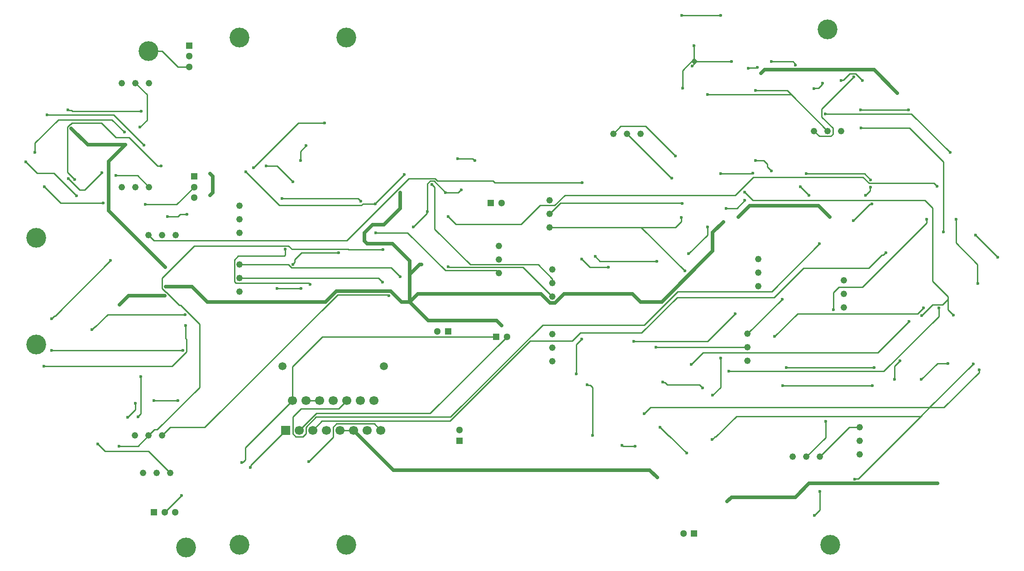
<source format=gbr>
G04*
G04 #@! TF.GenerationSoftware,Altium Limited,Altium Designer,23.9.2 (47)*
G04*
G04 Layer_Physical_Order=2*
G04 Layer_Color=16711680*
%FSLAX44Y44*%
%MOMM*%
G71*
G04*
G04 #@! TF.SameCoordinates,DC7A7723-1311-43B5-9009-1713E082842B*
G04*
G04*
G04 #@! TF.FilePolarity,Positive*
G04*
G01*
G75*
%ADD12C,0.2540*%
%ADD56R,1.3000X1.3000*%
%ADD57C,1.3000*%
%ADD61R,1.3000X1.3000*%
%ADD65C,0.6350*%
%ADD66C,1.5000*%
%ADD67C,3.7000*%
%ADD68C,1.2400*%
%ADD69C,1.6950*%
%ADD70R,1.6950X1.6950*%
%ADD71C,0.6000*%
G36*
X580000Y985000D02*
X575000Y980000D01*
X575000D01*
X580000Y975000D01*
X585000Y980000D01*
X580000Y985000D01*
D02*
G37*
D12*
X819032Y891636D02*
X878698Y951302D01*
X819032Y876351D02*
Y891636D01*
X855333Y945333D02*
X859217D01*
X855000Y945000D02*
X855333Y945333D01*
X859217D02*
X871488Y957604D01*
X882178D01*
X894782Y945000D01*
X895000D01*
X870400Y295000D02*
X890000D01*
X815400Y240000D02*
X870400Y295000D01*
X80379Y695379D02*
Y699621D01*
X81041Y698959D02*
Y751041D01*
X55000Y670000D02*
X80379Y695379D01*
X80000Y700000D02*
X80379Y699621D01*
X81041Y751041D02*
X86302Y756302D01*
X955000Y410000D02*
X965000Y420000D01*
X955000Y385000D02*
Y410000D01*
X896088Y763698D02*
X907390Y752396D01*
X690884Y763698D02*
X896088D01*
X657064Y729878D02*
X690884Y763698D01*
X1028651Y752396D02*
X1034254Y746793D01*
X790000Y770000D02*
X898698D01*
X907390Y752396D02*
X1028651D01*
X898698Y770000D02*
X910000Y758698D01*
X909392Y738190D02*
Y744392D01*
X900661Y729459D02*
X909392Y738190D01*
Y744392D02*
X910000Y745000D01*
X779277Y745723D02*
X795176Y729824D01*
X779277Y745723D02*
X779277D01*
X717169Y782831D02*
Y787831D01*
Y782831D02*
X725000Y775000D01*
X710000Y795000D02*
X717169Y787831D01*
X695000Y795000D02*
X710000D01*
X630387Y770387D02*
X689274D01*
X630000Y770000D02*
X630387Y770387D01*
X689274D02*
X689661Y770774D01*
X446393Y260000D02*
X470000D01*
X445136Y261258D02*
X446393Y260000D01*
X1110000Y565000D02*
Y600468D01*
Y565000D02*
X1110543Y564457D01*
X1070000Y640468D02*
X1110000Y600468D01*
X1070000Y640468D02*
Y685000D01*
X-440000Y1000000D02*
X-415000D01*
X-385000Y970000D01*
X-364000D01*
X139064Y735000D02*
X144064Y740000D01*
X115000Y735000D02*
X139064D01*
X144064Y740000D02*
X145000D01*
X86302Y756302D02*
X93698D01*
X115000Y735000D01*
X95000Y666340D02*
Y745000D01*
X90000Y750000D02*
X95000Y745000D01*
X46714Y760874D02*
X95592D01*
X100164Y756302D01*
X-69626Y644534D02*
X46714Y760874D01*
X100164Y756302D02*
X204198D01*
X207508Y752992D01*
X95000Y666340D02*
X161510Y599830D01*
X44337Y659187D02*
X114869Y588654D01*
X-15000Y659187D02*
X44337D01*
X114869Y588654D02*
X210546D01*
X804811Y930081D02*
X812381D01*
X804301Y929571D02*
X804811Y930081D01*
X812381D02*
X819338Y937038D01*
Y939338D01*
X820000Y940000D01*
X765000Y980000D02*
X769523Y975477D01*
Y973373D02*
Y975477D01*
X769357Y973207D02*
X769523Y973373D01*
X725000Y980000D02*
X765000D01*
X698263Y968263D02*
X698829Y968829D01*
X681793Y967697D02*
X682359Y968263D01*
X698263D01*
X596866Y435238D02*
X923764D01*
X630000Y370000D02*
Y425000D01*
X615000Y355000D02*
X630000Y370000D01*
X521764Y380000D02*
X522426Y379338D01*
X525662D02*
X530000Y375000D01*
X522426Y379338D02*
X525662D01*
X530000Y375000D02*
X589744D01*
X595606Y369138D01*
X360000Y395000D02*
Y450000D01*
X370000Y460000D01*
X273802Y457336D02*
X352518D01*
X366996Y471814D02*
X482058D01*
X352518Y457336D02*
X366996Y471814D01*
X-279688Y568080D02*
X-276706Y565098D01*
X-270000Y574600D02*
X-10364D01*
X-257556Y565413D02*
X-140936D01*
X-257871Y565098D02*
X-257556Y565413D01*
X-276706Y565098D02*
X-257871D01*
X-140936Y565413D02*
X-138730Y563207D01*
X-279688Y568080D02*
Y608720D01*
X-138730Y563207D02*
X-137793D01*
X-200000Y555000D02*
X-155000D01*
X380662Y374338D02*
X385662D01*
X390000Y370000D01*
X380000Y375000D02*
X380662Y374338D01*
X390000Y280000D02*
Y370000D01*
X296800Y486800D02*
X486884D01*
X482058Y471814D02*
X548352Y538108D01*
X486884Y486800D02*
X549622Y549538D01*
X124334Y314334D02*
X296800Y486800D01*
X815000Y140000D02*
Y175000D01*
X805000Y130000D02*
X815000Y140000D01*
X934932Y399932D02*
X1037556Y502556D01*
Y518698D01*
X645500Y399932D02*
X934932D01*
X1035000Y415000D02*
X1055000D01*
X1005000Y385000D02*
X1035000Y415000D01*
X-381283Y693717D02*
X-368741D01*
X-385000Y690000D02*
X-381283Y693717D01*
X-405000Y690000D02*
X-385000D01*
X-220000Y785000D02*
X-200000D01*
X-170000Y755000D01*
X580000Y985000D02*
Y1010000D01*
Y985000D02*
Y985000D01*
X558433Y963433D02*
X580000Y985000D01*
X558433Y930000D02*
Y963433D01*
X585000Y980000D02*
X650000D01*
X584246D02*
X585000D01*
X580000Y985000D02*
X585000Y980000D01*
X576304Y972057D02*
X584246Y980000D01*
X-39128Y713876D02*
X-16544D01*
X-42430Y710574D02*
X-39128Y713876D01*
X-16334Y713666D02*
Y714086D01*
X38320Y768740D01*
X-195360Y710574D02*
X-42430D01*
X-429934Y644534D02*
X-69626D01*
X-258606Y773820D02*
X-195360Y710574D01*
X134732Y675268D02*
X256506D01*
X120000Y690000D02*
X134732Y675268D01*
X256506D02*
X292066Y710828D01*
X207508Y752992D02*
X370500D01*
X169064Y795000D02*
X170000D01*
X137649Y798499D02*
X165564D01*
X169064Y795000D01*
X660000Y705000D02*
X675000Y720000D01*
X640000Y705000D02*
X660000D01*
X338412Y729878D02*
X657064D01*
X319362Y710828D02*
X338412Y729878D01*
X570000Y620000D02*
X605000Y655000D01*
Y670000D01*
X370000Y610000D02*
X385000Y595000D01*
X420000D01*
X395000Y615000D02*
X404074Y605926D01*
X510500D01*
X-430000Y345000D02*
X-385000D01*
X-440000Y280000D02*
X-429102Y290898D01*
X-424102D01*
X-345000Y370000D02*
Y488370D01*
X-424102Y290898D02*
X-345000Y370000D01*
X-460000Y260000D02*
X-440000Y280000D01*
X-380133Y523503D02*
X-345000Y488370D01*
X-621302Y439302D02*
X-375700D01*
X-370620Y461381D02*
Y485784D01*
X-396090Y410000D02*
X-369398Y436692D01*
Y460159D01*
X-370620Y461381D02*
X-369398Y460159D01*
X1055000Y515000D02*
X1065000Y505000D01*
X1055000Y515000D02*
Y535000D01*
X1026226Y525000D02*
X1045000D01*
X1055000Y535000D01*
Y540000D01*
X1026126Y568874D02*
X1055000Y540000D01*
X1026126Y568874D02*
Y705494D01*
X1005500Y504274D02*
X1026226Y525000D01*
X330000Y715000D02*
X557310D01*
X557750Y714561D01*
X911672Y713036D02*
X912334Y713698D01*
X877790Y682126D02*
X908700Y713036D01*
X690056Y720000D02*
X1011620D01*
X674844Y735212D02*
X690056Y720000D01*
X1011620D02*
X1026126Y705494D01*
X908700Y713036D02*
X911672D01*
X292066Y710828D02*
X319362D01*
X310000Y695000D02*
X330000Y715000D01*
X-446058Y712352D02*
X-387648D01*
X-616239Y503594D02*
X-614938D01*
X-621302Y498532D02*
X-616239Y503594D01*
X-614938D02*
X-511082Y607450D01*
X-636302Y410000D02*
X-396090D01*
X-652560Y810142D02*
Y827440D01*
X880330Y198207D02*
X880839Y198716D01*
X887140D01*
X1004028Y315604D01*
X-249338Y220662D02*
Y224262D01*
X-250000Y220000D02*
X-249338Y220662D01*
Y224262D02*
X-183900Y289700D01*
X-264064Y230000D02*
X-263556D01*
X-259368Y234188D01*
X-264867Y229197D02*
X-264064Y230000D01*
X-259368Y234188D02*
Y256832D01*
X-265803Y229197D02*
X-264867D01*
X-259368Y256832D02*
X-171200Y345000D01*
X-140793Y230836D02*
X-95030Y276599D01*
Y295284D01*
X1014824Y684824D02*
X1015000Y685000D01*
X1014824Y678190D02*
Y684824D01*
X894554Y557920D02*
X1014824Y678190D01*
X931002Y617735D02*
X933607D01*
X937800Y621928D02*
X938736D01*
X933607Y617735D02*
X937800Y621928D01*
X906492Y593226D02*
X931002Y617735D01*
X-67274Y628509D02*
X-66535Y627770D01*
X-1812D01*
X13710Y594014D02*
X30500Y577224D01*
X-172610Y594014D02*
X13710D01*
X-355166Y634834D02*
X-178538D01*
X-415000Y555056D02*
Y575000D01*
X-355166Y634834D01*
X-415000Y555056D02*
X-408467Y548523D01*
X-407747D01*
X-382727Y523503D01*
X-380133D01*
X-86477Y543523D02*
X6698D01*
X8428Y541793D02*
X9364D01*
X6698Y543523D02*
X8428Y541793D01*
X-335000Y295000D02*
X-86477Y543523D01*
X-591477Y772681D02*
X-578138Y759342D01*
X-591477Y772681D02*
Y857683D01*
X-586440Y862720D01*
X-585759D01*
X-583072Y865407D01*
X-528519D02*
X-501350Y838238D01*
X-583072Y865407D02*
X-528519D01*
X-584266Y889051D02*
X-582573Y887358D01*
X-589991Y889051D02*
X-584266D01*
X-590653Y889713D02*
X-589991Y889051D01*
X-582573Y887358D02*
X-453538D01*
X537732Y761868D02*
X538207D01*
X454600Y845000D02*
X537732Y761868D01*
X533620Y279282D02*
X566259Y246643D01*
X614628Y272678D02*
X619046Y277096D01*
X613833Y272678D02*
X614628D01*
X619046Y277096D02*
X620842D01*
X659350Y315604D01*
X532411Y279282D02*
X533620D01*
X516293Y295400D02*
X532411Y279282D01*
X-126780Y314334D02*
X124334D01*
X123180Y306714D02*
X273802Y457336D01*
X-116086Y306714D02*
X123180D01*
X-171200Y408800D02*
X-115000Y465000D01*
X-171200Y345000D02*
Y408800D01*
X-115000Y465000D02*
X210000D01*
X-399600Y295000D02*
X-335000D01*
X-414600Y280000D02*
X-399600Y295000D01*
X-170000Y601252D02*
X-166587Y604665D01*
X-170000Y600316D02*
Y601252D01*
X-178597Y600000D02*
X-172610Y594014D01*
X-166587Y604665D02*
Y609807D01*
X-270000Y600000D02*
X-178597D01*
X-184946Y617610D02*
Y628532D01*
X-178538Y634834D02*
X-172213Y628509D01*
X-166587Y609807D02*
X-154187Y622207D01*
X-85000D01*
X-172213Y628509D02*
X-67274D01*
X-2828Y567064D02*
X-2221D01*
X-10364Y574600D02*
X-2828Y567064D01*
X-465000Y328394D02*
Y340000D01*
X-479197Y314197D02*
X-465000Y328394D01*
X-495184Y260000D02*
X-460000D01*
X-521966Y250000D02*
X-440000D01*
X-400000Y210000D01*
X-535500Y263534D02*
X-521966Y250000D01*
X-460000Y315000D02*
Y315936D01*
X-455000Y320936D01*
Y390000D01*
X-546302Y478418D02*
X-541308Y483412D01*
X-539870D02*
X-516924Y506358D01*
X-541308Y483412D02*
X-539870D01*
X-630000Y880000D02*
X-505248D01*
X-448598Y823350D01*
X-608898Y871102D02*
X-508796D01*
X-652560Y827440D02*
X-608898Y871102D01*
X1047208Y332114D02*
X1112994Y397900D01*
X1020538Y332114D02*
X1102199Y413775D01*
X1004028Y315604D02*
X1020538Y332114D01*
X659350Y315604D02*
X1004028D01*
X1020538Y332114D02*
X1047208D01*
X498314D02*
X1020538D01*
X481122Y669600D02*
X545478D01*
X761654Y918346D02*
X830000Y850000D01*
X754034Y925966D02*
X761654Y918346D01*
X892014Y855862D02*
X983200D01*
X1046700Y792362D01*
Y660790D02*
Y792362D01*
X-440400Y655000D02*
X-429934Y644534D01*
X-158500Y289700D02*
X-126500Y321700D01*
X86700D01*
X230000Y465000D01*
X986606Y882428D02*
X1058892Y810142D01*
X825720Y882428D02*
X986606D01*
X725136Y549538D02*
X814798Y639200D01*
X549622Y549538D02*
X725136D01*
X-145576Y295538D02*
X-126780Y314334D01*
X-145576Y283600D02*
Y295538D01*
X-151418Y277758D02*
X-145576Y283600D01*
X-164880Y277758D02*
X-151418D01*
X-170468Y283346D02*
X-164880Y277758D01*
X-170468Y283346D02*
Y314334D01*
X-154720Y330082D01*
X-84518D01*
X-69600Y345000D01*
X210546Y588654D02*
X215000Y584200D01*
X-48040Y724036D02*
X-42960Y718956D01*
X-190500Y724036D02*
X-48040D01*
X-243874Y781186D02*
X-160054Y865006D01*
X-111032D01*
X481122Y669600D02*
X562830Y587892D01*
X310000Y669600D02*
X481122D01*
X556480Y680602D02*
Y687968D01*
X545478Y669600D02*
X556480Y680602D01*
X-423261Y784742D02*
X-416340D01*
X-476757Y838238D02*
X-423261Y784742D01*
X-501350Y838238D02*
X-476757D01*
X-669451Y791981D02*
X-648242Y770772D01*
X-617000D01*
X-575090Y728862D01*
X-410000Y136000D02*
X-378494Y167506D01*
X-508796Y871102D02*
X-485555Y847861D01*
X-387648Y712352D02*
X-355000Y745000D01*
X-516924Y506358D02*
X-371900D01*
X694910Y925966D02*
X754034D01*
X605000Y918346D02*
X761654D01*
X891506Y889898D02*
X981464D01*
X998440Y507882D02*
X1009362Y518804D01*
X773396Y507882D02*
X998440D01*
X730724Y465210D02*
X773396Y507882D01*
X923764Y435238D02*
X981930Y493404D01*
X575000Y413372D02*
X596866Y435238D01*
X790000Y240000D02*
X825974Y275974D01*
Y306460D01*
X819032Y876351D02*
X839690Y855692D01*
Y844178D02*
Y855692D01*
X835880Y840368D02*
X839690Y844178D01*
X814232Y840368D02*
X835880D01*
X804600Y850000D02*
X814232Y840368D01*
X-635000Y745880D02*
X-604214Y715094D01*
X-525000D01*
X-186724Y615832D02*
X-184946Y617610D01*
X-272576Y615832D02*
X-186724D01*
X-279688Y608720D02*
X-272576Y615832D01*
X1112994Y397900D02*
Y402980D01*
X840706Y514994D02*
Y547760D01*
X850866Y557920D01*
X894554D01*
X315000Y565000D02*
Y573160D01*
X288330Y599830D02*
X315000Y573160D01*
X161510Y599830D02*
X288330D01*
X-156244Y812090D02*
X-146000Y822334D01*
X-156244Y794902D02*
Y812090D01*
X486884Y320684D02*
X498314Y332114D01*
X1106644Y654948D02*
X1148300Y613292D01*
X557242Y1066682D02*
X630140D01*
X752822Y407044D02*
X916906D01*
X745500Y373262D02*
X913350D01*
X508474Y445000D02*
X680000D01*
X467580Y456066D02*
X604994D01*
X657064Y508136D01*
X429200Y845000D02*
X443110Y858910D01*
X489678D01*
X545304Y803284D01*
X259850Y594750D02*
X315000Y539600D01*
X121378Y594750D02*
X259850D01*
X120108Y596020D02*
X121378Y594750D01*
X784572Y593226D02*
X906492D01*
X729454Y538108D02*
X784572Y593226D01*
X548352Y538108D02*
X729454D01*
X-133100Y289700D02*
X-116086Y306714D01*
X680000Y470400D02*
X744660Y535060D01*
X-18034Y301634D02*
X-6100Y289700D01*
X-88680Y301634D02*
X-18034D01*
X-95030Y295284D02*
X-88680Y301634D01*
X-500922Y766454D02*
X-460654D01*
X-439200Y745000D01*
X-456218Y857386D02*
X-443264Y870340D01*
Y918264D01*
X-465000Y940000D02*
X-443264Y918264D01*
X-590000Y760536D02*
X-568994Y739530D01*
X-559342D01*
X-527338Y771534D01*
X-145800Y345000D02*
X-120400D01*
X-82300Y289700D02*
X-56900D01*
D56*
X-430000Y136000D02*
D03*
X200000Y715000D02*
D03*
X210000Y465000D02*
D03*
X120000Y475000D02*
D03*
X580000Y96000D02*
D03*
D57*
X-410000Y136000D02*
D03*
X-390000D02*
D03*
X-355000Y745000D02*
D03*
Y725000D02*
D03*
X141000Y290000D02*
D03*
X220000Y715000D02*
D03*
X230000Y465000D02*
D03*
X100000Y475000D02*
D03*
X560000Y96000D02*
D03*
X-364000Y970000D02*
D03*
Y990000D02*
D03*
D61*
X-355000Y765000D02*
D03*
X141000Y270000D02*
D03*
X-364000Y1010000D02*
D03*
D65*
X712354Y965000D02*
X916480D01*
X960173Y921307D01*
X705324Y957970D02*
X712354Y965000D01*
X66514Y600084D02*
X70324D01*
X48226Y581796D02*
X66514Y600084D01*
X63246Y545000D02*
X293468D01*
X30000Y705000D02*
Y735000D01*
X0Y675000D02*
X30000Y705000D01*
X615000Y660000D02*
X635000Y680000D01*
X615000Y625076D02*
Y660000D01*
X662696Y688984D02*
X683712Y710000D01*
X812832D02*
X833848Y688984D01*
X683712Y710000D02*
X812832D01*
X519904Y529980D02*
X615000Y625076D01*
X-320000Y735000D02*
Y765000D01*
X-325000Y730000D02*
X-320000Y735000D01*
X-325000Y770000D02*
X-320000Y765000D01*
X795277Y190000D02*
X1035000D01*
X642078Y156346D02*
X650078Y164346D01*
X769623D01*
X795277Y190000D01*
X960173Y921307D02*
X960300D01*
X48226Y529980D02*
X83206Y495000D01*
X210968D01*
X220184Y485784D01*
X336532Y545000D02*
X465006D01*
X319725Y528193D02*
X336532Y545000D01*
X293468D02*
X310275Y528193D01*
X465006Y545000D02*
X480026Y529980D01*
X48226D02*
X63246Y545000D01*
X310275Y528193D02*
X319725D01*
X48226Y581796D02*
Y606774D01*
X-31276Y639200D02*
X15800D01*
X48226Y606774D01*
X-36356Y644280D02*
X-31276Y639200D01*
X48226Y529980D02*
Y581796D01*
X-36356Y644280D02*
Y659520D01*
X-20876Y675000D02*
X0D01*
X-36356Y659520D02*
X-20876Y675000D01*
X-515000Y700776D02*
X-408974Y594750D01*
X-408523Y558936D02*
X-358936D01*
X-329980Y529980D02*
X-109180D01*
X-358936Y558936D02*
X-329980Y529980D01*
X-410302Y541918D02*
X-410178Y541794D01*
X-477300Y541918D02*
X-410302D01*
X-109180Y529980D02*
X-89160Y550000D01*
X12763D01*
X32784Y529980D02*
X48226D01*
X12763Y550000D02*
X32784Y529980D01*
X-585000Y855000D02*
X-554112Y824112D01*
X-483650D01*
X-515000Y700776D02*
Y792762D01*
X-483650Y824112D01*
X497318Y215000D02*
X511268Y201050D01*
X17800Y215000D02*
X497318D01*
X-56900Y289700D02*
X17800Y215000D01*
X480026Y529980D02*
X519904D01*
X-494826Y524392D02*
X-477300Y541918D01*
D66*
X-190000Y410000D02*
D03*
X0D02*
D03*
D67*
X-650000Y650000D02*
D03*
Y450000D02*
D03*
X-70000Y1025000D02*
D03*
X-270000D02*
D03*
X-70000Y75000D02*
D03*
X-270000D02*
D03*
X830000Y1040000D02*
D03*
X835000Y75000D02*
D03*
X-370000Y70000D02*
D03*
X-440000Y1000000D02*
D03*
D68*
X-414600Y280000D02*
D03*
X-440000D02*
D03*
X-465400D02*
D03*
X860000Y570400D02*
D03*
Y545000D02*
D03*
Y519600D02*
D03*
X700000Y559600D02*
D03*
Y585000D02*
D03*
Y610400D02*
D03*
X429200Y845000D02*
D03*
X454600D02*
D03*
X480000D02*
D03*
X315000Y470000D02*
D03*
Y444600D02*
D03*
Y419200D02*
D03*
X215000Y584200D02*
D03*
Y609600D02*
D03*
Y635000D02*
D03*
X315000Y539600D02*
D03*
Y565000D02*
D03*
Y590400D02*
D03*
X310000Y669600D02*
D03*
Y695000D02*
D03*
Y720400D02*
D03*
X-490400Y940000D02*
D03*
X-465000D02*
D03*
X-439600D02*
D03*
X890000Y244200D02*
D03*
Y269600D02*
D03*
Y295000D02*
D03*
X815400Y240000D02*
D03*
X790000D02*
D03*
X764600D02*
D03*
X680000Y470400D02*
D03*
Y445000D02*
D03*
Y419600D02*
D03*
X855400Y850000D02*
D03*
X830000D02*
D03*
X804600D02*
D03*
X-270000Y600000D02*
D03*
Y574600D02*
D03*
Y549200D02*
D03*
Y659600D02*
D03*
Y685000D02*
D03*
Y710400D02*
D03*
X-440400Y655000D02*
D03*
X-415000D02*
D03*
X-389600D02*
D03*
X-450800Y210000D02*
D03*
X-425400D02*
D03*
X-400000D02*
D03*
X-439200Y745000D02*
D03*
X-464600D02*
D03*
X-490000D02*
D03*
D69*
X-18800Y345000D02*
D03*
X-44200D02*
D03*
X-69600D02*
D03*
X-95000D02*
D03*
X-120400D02*
D03*
X-145800D02*
D03*
X-171200D02*
D03*
X-6100Y289700D02*
D03*
X-31500D02*
D03*
X-56900D02*
D03*
X-82300D02*
D03*
X-107700D02*
D03*
X-133100D02*
D03*
X-158500D02*
D03*
D70*
X-183900D02*
D03*
D71*
X878698Y951302D02*
D03*
X895000Y945000D02*
D03*
X855000D02*
D03*
X55000Y670000D02*
D03*
X81041Y698959D02*
D03*
X965000Y420000D02*
D03*
X955000Y385000D02*
D03*
X910000Y758698D02*
D03*
Y745000D02*
D03*
X900661Y729459D02*
D03*
X790000Y770000D02*
D03*
X795176Y729824D02*
D03*
X779277Y745723D02*
D03*
X725000Y775000D02*
D03*
X689661Y770774D02*
D03*
X445136Y261258D02*
D03*
X470000Y260000D02*
D03*
X1110543Y564457D02*
D03*
X1070000Y685000D02*
D03*
X145000Y740000D02*
D03*
X90000Y750000D02*
D03*
X115000Y735000D02*
D03*
X70324Y600084D02*
D03*
X804301Y929571D02*
D03*
X769357Y973207D02*
D03*
X725000Y980000D02*
D03*
X698829Y968829D02*
D03*
X681793Y967697D02*
D03*
X630000Y425000D02*
D03*
X615000Y355000D02*
D03*
X521764Y380000D02*
D03*
X595606Y369138D02*
D03*
X360000Y395000D02*
D03*
X370000Y460000D02*
D03*
X-155000Y555000D02*
D03*
X-137793Y563207D02*
D03*
X-200000Y555000D02*
D03*
X380000Y375000D02*
D03*
X390000Y280000D02*
D03*
X815000Y175000D02*
D03*
X805000Y130000D02*
D03*
X1055000Y415000D02*
D03*
X1005000Y385000D02*
D03*
X-405000Y690000D02*
D03*
X-368741Y693717D02*
D03*
X-220000Y785000D02*
D03*
X-170000Y755000D02*
D03*
X558433Y930000D02*
D03*
X580000Y1010000D02*
D03*
X576304Y972057D02*
D03*
X650000Y980000D02*
D03*
X820000Y940000D02*
D03*
X-16544Y713876D02*
D03*
X30000Y735000D02*
D03*
X120000Y690000D02*
D03*
X170000Y795000D02*
D03*
X137649Y798499D02*
D03*
X675000Y720000D02*
D03*
X640000Y705000D02*
D03*
X635000Y680000D02*
D03*
X695000Y795000D02*
D03*
X605000Y670000D02*
D03*
X662696Y688984D02*
D03*
X570000Y620000D02*
D03*
X420000Y595000D02*
D03*
X370000Y610000D02*
D03*
X395000Y615000D02*
D03*
X-385000Y345000D02*
D03*
X-430000D02*
D03*
X-370620Y485784D02*
D03*
X-375700Y439302D02*
D03*
X1065000Y505000D02*
D03*
X1037556Y518698D02*
D03*
X630000Y770000D02*
D03*
X557750Y714561D02*
D03*
X912334Y713698D02*
D03*
X-325000Y770000D02*
D03*
Y730000D02*
D03*
X-446058Y712352D02*
D03*
X-621302Y498532D02*
D03*
Y439302D02*
D03*
X-636302Y410000D02*
D03*
X-652560Y810142D02*
D03*
X1035000Y190000D02*
D03*
X880330Y198207D02*
D03*
X-250000Y220000D02*
D03*
X-265803Y229197D02*
D03*
X-140793Y230836D02*
D03*
X1015000Y685000D02*
D03*
X938736Y621928D02*
D03*
X1034254Y746793D02*
D03*
X960300Y921307D02*
D03*
X-1812Y627770D02*
D03*
X30500Y577224D02*
D03*
X-15000Y659187D02*
D03*
X-408974Y594750D02*
D03*
X-408523Y558936D02*
D03*
X-410178Y541794D02*
D03*
X9364Y541793D02*
D03*
X-585000Y855000D02*
D03*
X-590653Y889713D02*
D03*
X538207Y761868D02*
D03*
X566259Y246643D02*
D03*
X613833Y272678D02*
D03*
X516293Y295400D02*
D03*
X-170000Y600316D02*
D03*
X-184946Y628532D02*
D03*
X-85000Y622207D02*
D03*
X-2221Y567064D02*
D03*
X-479197Y314197D02*
D03*
X-465000Y340000D02*
D03*
X-495184Y260000D02*
D03*
X-460000Y315000D02*
D03*
X-455000Y390000D02*
D03*
X-535500Y263534D02*
D03*
X-546302Y478418D02*
D03*
X-630000Y880000D02*
D03*
X-483650Y824112D02*
D03*
X48226Y529980D02*
D03*
X220184Y485784D02*
D03*
X923510Y957970D02*
D03*
X480026Y529980D02*
D03*
X642078Y156346D02*
D03*
X674844Y735212D02*
D03*
X1005500Y504274D02*
D03*
X892014Y855862D02*
D03*
X1046700Y660790D02*
D03*
X1102199Y413775D02*
D03*
X510500Y605926D02*
D03*
X370500Y752992D02*
D03*
X1058892Y810142D02*
D03*
X825720Y882428D02*
D03*
X814798Y639200D02*
D03*
X-42960Y718956D02*
D03*
X-190500Y724036D02*
D03*
X-258606Y773820D02*
D03*
X-243874Y781186D02*
D03*
X-111032Y865006D02*
D03*
X562830Y587892D02*
D03*
X556480Y687968D02*
D03*
X-416340Y784742D02*
D03*
X-578138Y759342D02*
D03*
X-448598Y823350D02*
D03*
X-669451Y791981D02*
D03*
X-575090Y728862D02*
D03*
X-378494Y167506D02*
D03*
X-453538Y887358D02*
D03*
X-485555Y847861D02*
D03*
X-511082Y607450D02*
D03*
X-371900Y506358D02*
D03*
X694910Y925966D02*
D03*
X605000Y918346D02*
D03*
X981464Y889898D02*
D03*
X891506D02*
D03*
X1009362Y518804D02*
D03*
X730724Y465210D02*
D03*
X981930Y493404D02*
D03*
X575000Y413372D02*
D03*
X825974Y306460D02*
D03*
X-635000Y745880D02*
D03*
X-525000Y715094D02*
D03*
X1112994Y402980D02*
D03*
X877790Y682126D02*
D03*
X840706Y514994D02*
D03*
X38320Y768740D02*
D03*
X-146000Y822334D02*
D03*
X-156244Y794902D02*
D03*
X486884Y320684D02*
D03*
X1148300Y613292D02*
D03*
X1106644Y654948D02*
D03*
X833848Y688984D02*
D03*
X557242Y1066682D02*
D03*
X630140D02*
D03*
X705324Y957970D02*
D03*
X645500Y399932D02*
D03*
X752822Y407044D02*
D03*
X916906D02*
D03*
X913350Y373262D02*
D03*
X745500D02*
D03*
X508474Y445000D02*
D03*
X467580Y456066D02*
D03*
X657064Y508136D02*
D03*
X545304Y803284D02*
D03*
X120108Y596020D02*
D03*
X-494826Y524392D02*
D03*
X511268Y201050D02*
D03*
X744660Y535060D02*
D03*
X-500922Y766454D02*
D03*
X-456218Y857386D02*
D03*
X-590000Y760536D02*
D03*
X-527338Y771534D02*
D03*
M02*

</source>
